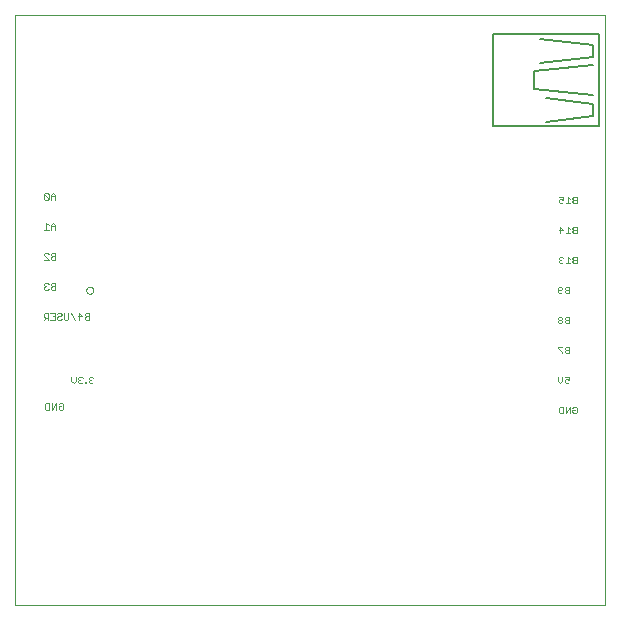
<source format=gbo>
G75*
%MOIN*%
%OFA0B0*%
%FSLAX25Y25*%
%IPPOS*%
%LPD*%
%AMOC8*
5,1,8,0,0,1.08239X$1,22.5*
%
%ADD10C,0.00000*%
%ADD11C,0.00400*%
%ADD12C,0.00500*%
D10*
X0001600Y0001600D02*
X0001600Y0198450D01*
X0198450Y0198450D01*
X0198450Y0001600D01*
X0001600Y0001600D01*
X0025419Y0106600D02*
X0025421Y0106669D01*
X0025427Y0106737D01*
X0025437Y0106805D01*
X0025451Y0106872D01*
X0025469Y0106939D01*
X0025490Y0107004D01*
X0025516Y0107068D01*
X0025545Y0107130D01*
X0025577Y0107190D01*
X0025613Y0107249D01*
X0025653Y0107305D01*
X0025695Y0107359D01*
X0025741Y0107410D01*
X0025790Y0107459D01*
X0025841Y0107505D01*
X0025895Y0107547D01*
X0025951Y0107587D01*
X0026009Y0107623D01*
X0026070Y0107655D01*
X0026132Y0107684D01*
X0026196Y0107710D01*
X0026261Y0107731D01*
X0026328Y0107749D01*
X0026395Y0107763D01*
X0026463Y0107773D01*
X0026531Y0107779D01*
X0026600Y0107781D01*
X0026669Y0107779D01*
X0026737Y0107773D01*
X0026805Y0107763D01*
X0026872Y0107749D01*
X0026939Y0107731D01*
X0027004Y0107710D01*
X0027068Y0107684D01*
X0027130Y0107655D01*
X0027190Y0107623D01*
X0027249Y0107587D01*
X0027305Y0107547D01*
X0027359Y0107505D01*
X0027410Y0107459D01*
X0027459Y0107410D01*
X0027505Y0107359D01*
X0027547Y0107305D01*
X0027587Y0107249D01*
X0027623Y0107190D01*
X0027655Y0107130D01*
X0027684Y0107068D01*
X0027710Y0107004D01*
X0027731Y0106939D01*
X0027749Y0106872D01*
X0027763Y0106805D01*
X0027773Y0106737D01*
X0027779Y0106669D01*
X0027781Y0106600D01*
X0027779Y0106531D01*
X0027773Y0106463D01*
X0027763Y0106395D01*
X0027749Y0106328D01*
X0027731Y0106261D01*
X0027710Y0106196D01*
X0027684Y0106132D01*
X0027655Y0106070D01*
X0027623Y0106009D01*
X0027587Y0105951D01*
X0027547Y0105895D01*
X0027505Y0105841D01*
X0027459Y0105790D01*
X0027410Y0105741D01*
X0027359Y0105695D01*
X0027305Y0105653D01*
X0027249Y0105613D01*
X0027191Y0105577D01*
X0027130Y0105545D01*
X0027068Y0105516D01*
X0027004Y0105490D01*
X0026939Y0105469D01*
X0026872Y0105451D01*
X0026805Y0105437D01*
X0026737Y0105427D01*
X0026669Y0105421D01*
X0026600Y0105419D01*
X0026531Y0105421D01*
X0026463Y0105427D01*
X0026395Y0105437D01*
X0026328Y0105451D01*
X0026261Y0105469D01*
X0026196Y0105490D01*
X0026132Y0105516D01*
X0026070Y0105545D01*
X0026009Y0105577D01*
X0025951Y0105613D01*
X0025895Y0105653D01*
X0025841Y0105695D01*
X0025790Y0105741D01*
X0025741Y0105790D01*
X0025695Y0105841D01*
X0025653Y0105895D01*
X0025613Y0105951D01*
X0025577Y0106009D01*
X0025545Y0106070D01*
X0025516Y0106132D01*
X0025490Y0106196D01*
X0025469Y0106261D01*
X0025451Y0106328D01*
X0025437Y0106395D01*
X0025427Y0106463D01*
X0025421Y0106531D01*
X0025419Y0106600D01*
D11*
X0025349Y0098902D02*
X0024999Y0098551D01*
X0024999Y0098201D01*
X0025349Y0097851D01*
X0026400Y0097851D01*
X0026400Y0096800D02*
X0026400Y0098902D01*
X0025349Y0098902D01*
X0025349Y0097851D02*
X0024999Y0097501D01*
X0024999Y0097150D01*
X0025349Y0096800D01*
X0026400Y0096800D01*
X0024098Y0097851D02*
X0022697Y0097851D01*
X0023047Y0096800D02*
X0023047Y0098902D01*
X0024098Y0097851D01*
X0021796Y0096800D02*
X0020395Y0098902D01*
X0019494Y0098902D02*
X0019494Y0097150D01*
X0019144Y0096800D01*
X0018443Y0096800D01*
X0018093Y0097150D01*
X0018093Y0098902D01*
X0017192Y0098551D02*
X0017192Y0098201D01*
X0016842Y0097851D01*
X0016141Y0097851D01*
X0015791Y0097501D01*
X0015791Y0097150D01*
X0016141Y0096800D01*
X0016842Y0096800D01*
X0017192Y0097150D01*
X0017192Y0098551D02*
X0016842Y0098902D01*
X0016141Y0098902D01*
X0015791Y0098551D01*
X0014890Y0098902D02*
X0014890Y0096800D01*
X0013489Y0096800D01*
X0012588Y0096800D02*
X0012588Y0098902D01*
X0011537Y0098902D01*
X0011187Y0098551D01*
X0011187Y0097851D01*
X0011537Y0097501D01*
X0012588Y0097501D01*
X0011888Y0097501D02*
X0011187Y0096800D01*
X0013489Y0098902D02*
X0014890Y0098902D01*
X0014890Y0097851D02*
X0014190Y0097851D01*
X0014099Y0106800D02*
X0013749Y0107150D01*
X0013749Y0107501D01*
X0014099Y0107851D01*
X0015150Y0107851D01*
X0015150Y0106800D02*
X0015150Y0108902D01*
X0014099Y0108902D01*
X0013749Y0108551D01*
X0013749Y0108201D01*
X0014099Y0107851D01*
X0014099Y0106800D02*
X0015150Y0106800D01*
X0012848Y0107150D02*
X0012498Y0106800D01*
X0011797Y0106800D01*
X0011447Y0107150D01*
X0011447Y0107501D01*
X0011797Y0107851D01*
X0012147Y0107851D01*
X0011797Y0107851D02*
X0011447Y0108201D01*
X0011447Y0108551D01*
X0011797Y0108902D01*
X0012498Y0108902D01*
X0012848Y0108551D01*
X0012848Y0116800D02*
X0011447Y0118201D01*
X0011447Y0118551D01*
X0011797Y0118902D01*
X0012498Y0118902D01*
X0012848Y0118551D01*
X0013749Y0118551D02*
X0013749Y0118201D01*
X0014099Y0117851D01*
X0015150Y0117851D01*
X0015150Y0116800D02*
X0015150Y0118902D01*
X0014099Y0118902D01*
X0013749Y0118551D01*
X0014099Y0117851D02*
X0013749Y0117501D01*
X0013749Y0117150D01*
X0014099Y0116800D01*
X0015150Y0116800D01*
X0012848Y0116800D02*
X0011447Y0116800D01*
X0011447Y0126800D02*
X0012848Y0126800D01*
X0012147Y0126800D02*
X0012147Y0128902D01*
X0012848Y0128201D01*
X0013749Y0128201D02*
X0013749Y0126800D01*
X0013749Y0127851D02*
X0015150Y0127851D01*
X0015150Y0128201D02*
X0014449Y0128902D01*
X0013749Y0128201D01*
X0015150Y0128201D02*
X0015150Y0126800D01*
X0015150Y0136800D02*
X0015150Y0138201D01*
X0014449Y0138902D01*
X0013749Y0138201D01*
X0013749Y0136800D01*
X0012848Y0137150D02*
X0011447Y0138551D01*
X0011447Y0137150D01*
X0011797Y0136800D01*
X0012498Y0136800D01*
X0012848Y0137150D01*
X0012848Y0138551D01*
X0012498Y0138902D01*
X0011797Y0138902D01*
X0011447Y0138551D01*
X0013749Y0137851D02*
X0015150Y0137851D01*
X0020494Y0077652D02*
X0020494Y0076251D01*
X0021195Y0075550D01*
X0021895Y0076251D01*
X0021895Y0077652D01*
X0022796Y0077301D02*
X0022796Y0076951D01*
X0023146Y0076601D01*
X0022796Y0076251D01*
X0022796Y0075900D01*
X0023146Y0075550D01*
X0023847Y0075550D01*
X0024197Y0075900D01*
X0024998Y0075900D02*
X0024998Y0075550D01*
X0025348Y0075550D01*
X0025348Y0075900D01*
X0024998Y0075900D01*
X0026249Y0075900D02*
X0026599Y0075550D01*
X0027300Y0075550D01*
X0027650Y0075900D01*
X0026949Y0076601D02*
X0026599Y0076601D01*
X0026249Y0076251D01*
X0026249Y0075900D01*
X0026599Y0076601D02*
X0026249Y0076951D01*
X0026249Y0077301D01*
X0026599Y0077652D01*
X0027300Y0077652D01*
X0027650Y0077301D01*
X0024197Y0077301D02*
X0023847Y0077652D01*
X0023146Y0077652D01*
X0022796Y0077301D01*
X0023146Y0076601D02*
X0023496Y0076601D01*
X0017300Y0068902D02*
X0017650Y0068551D01*
X0017650Y0067150D01*
X0017300Y0066800D01*
X0016599Y0066800D01*
X0016249Y0067150D01*
X0016249Y0067851D01*
X0016949Y0067851D01*
X0016249Y0068551D02*
X0016599Y0068902D01*
X0017300Y0068902D01*
X0015348Y0068902D02*
X0015348Y0066800D01*
X0013947Y0066800D02*
X0013947Y0068902D01*
X0013046Y0068902D02*
X0011995Y0068902D01*
X0011645Y0068551D01*
X0011645Y0067150D01*
X0011995Y0066800D01*
X0013046Y0066800D01*
X0013046Y0068902D01*
X0013947Y0066800D02*
X0015348Y0068902D01*
X0182697Y0076251D02*
X0182697Y0077652D01*
X0184098Y0077652D02*
X0184098Y0076251D01*
X0183397Y0075550D01*
X0182697Y0076251D01*
X0184999Y0076601D02*
X0184999Y0075900D01*
X0185349Y0075550D01*
X0186050Y0075550D01*
X0186400Y0075900D01*
X0186400Y0076601D02*
X0185699Y0076951D01*
X0185349Y0076951D01*
X0184999Y0076601D01*
X0184999Y0077652D02*
X0186400Y0077652D01*
X0186400Y0076601D01*
X0186400Y0085550D02*
X0185349Y0085550D01*
X0184999Y0085900D01*
X0184999Y0086251D01*
X0185349Y0086601D01*
X0186400Y0086601D01*
X0186400Y0087652D02*
X0185349Y0087652D01*
X0184999Y0087301D01*
X0184999Y0086951D01*
X0185349Y0086601D01*
X0184098Y0085900D02*
X0184098Y0085550D01*
X0184098Y0085900D02*
X0182697Y0087301D01*
X0182697Y0087652D01*
X0184098Y0087652D01*
X0186400Y0087652D02*
X0186400Y0085550D01*
X0186400Y0095550D02*
X0185349Y0095550D01*
X0184999Y0095900D01*
X0184999Y0096251D01*
X0185349Y0096601D01*
X0186400Y0096601D01*
X0186400Y0097652D02*
X0185349Y0097652D01*
X0184999Y0097301D01*
X0184999Y0096951D01*
X0185349Y0096601D01*
X0184098Y0096951D02*
X0184098Y0097301D01*
X0183748Y0097652D01*
X0183047Y0097652D01*
X0182697Y0097301D01*
X0182697Y0096951D01*
X0183047Y0096601D01*
X0183748Y0096601D01*
X0184098Y0096951D01*
X0183748Y0096601D02*
X0184098Y0096251D01*
X0184098Y0095900D01*
X0183748Y0095550D01*
X0183047Y0095550D01*
X0182697Y0095900D01*
X0182697Y0096251D01*
X0183047Y0096601D01*
X0186400Y0095550D02*
X0186400Y0097652D01*
X0186400Y0105550D02*
X0185349Y0105550D01*
X0184999Y0105900D01*
X0184999Y0106251D01*
X0185349Y0106601D01*
X0186400Y0106601D01*
X0186400Y0107652D02*
X0185349Y0107652D01*
X0184999Y0107301D01*
X0184999Y0106951D01*
X0185349Y0106601D01*
X0184098Y0106951D02*
X0183748Y0106601D01*
X0182697Y0106601D01*
X0182697Y0107301D02*
X0183047Y0107652D01*
X0183748Y0107652D01*
X0184098Y0107301D01*
X0184098Y0106951D01*
X0184098Y0105900D02*
X0183748Y0105550D01*
X0183047Y0105550D01*
X0182697Y0105900D01*
X0182697Y0107301D01*
X0186400Y0107652D02*
X0186400Y0105550D01*
X0186598Y0115550D02*
X0185197Y0115550D01*
X0185897Y0115550D02*
X0185897Y0117652D01*
X0186598Y0116951D01*
X0187499Y0116951D02*
X0187849Y0116601D01*
X0188900Y0116601D01*
X0188900Y0117652D02*
X0187849Y0117652D01*
X0187499Y0117301D01*
X0187499Y0116951D01*
X0187849Y0116601D02*
X0187499Y0116251D01*
X0187499Y0115900D01*
X0187849Y0115550D01*
X0188900Y0115550D01*
X0188900Y0117652D01*
X0184296Y0117301D02*
X0183946Y0117652D01*
X0183245Y0117652D01*
X0182895Y0117301D01*
X0182895Y0116951D01*
X0183245Y0116601D01*
X0182895Y0116251D01*
X0182895Y0115900D01*
X0183245Y0115550D01*
X0183946Y0115550D01*
X0184296Y0115900D01*
X0183595Y0116601D02*
X0183245Y0116601D01*
X0183245Y0125550D02*
X0183245Y0127652D01*
X0184296Y0126601D01*
X0182895Y0126601D01*
X0185197Y0125550D02*
X0186598Y0125550D01*
X0185897Y0125550D02*
X0185897Y0127652D01*
X0186598Y0126951D01*
X0187499Y0126951D02*
X0187849Y0126601D01*
X0188900Y0126601D01*
X0188900Y0127652D02*
X0187849Y0127652D01*
X0187499Y0127301D01*
X0187499Y0126951D01*
X0187849Y0126601D02*
X0187499Y0126251D01*
X0187499Y0125900D01*
X0187849Y0125550D01*
X0188900Y0125550D01*
X0188900Y0127652D01*
X0188900Y0135550D02*
X0187849Y0135550D01*
X0187499Y0135900D01*
X0187499Y0136251D01*
X0187849Y0136601D01*
X0188900Y0136601D01*
X0188900Y0135550D02*
X0188900Y0137652D01*
X0187849Y0137652D01*
X0187499Y0137301D01*
X0187499Y0136951D01*
X0187849Y0136601D01*
X0186598Y0136951D02*
X0185897Y0137652D01*
X0185897Y0135550D01*
X0185197Y0135550D02*
X0186598Y0135550D01*
X0184296Y0135900D02*
X0183946Y0135550D01*
X0183245Y0135550D01*
X0182895Y0135900D01*
X0182895Y0136601D01*
X0183245Y0136951D01*
X0183595Y0136951D01*
X0184296Y0136601D01*
X0184296Y0137652D01*
X0182895Y0137652D01*
X0183245Y0067652D02*
X0184296Y0067652D01*
X0184296Y0065550D01*
X0183245Y0065550D01*
X0182895Y0065900D01*
X0182895Y0067301D01*
X0183245Y0067652D01*
X0185197Y0067652D02*
X0185197Y0065550D01*
X0186598Y0067652D01*
X0186598Y0065550D01*
X0187499Y0065900D02*
X0187499Y0066601D01*
X0188199Y0066601D01*
X0187499Y0067301D02*
X0187849Y0067652D01*
X0188550Y0067652D01*
X0188900Y0067301D01*
X0188900Y0065900D01*
X0188550Y0065550D01*
X0187849Y0065550D01*
X0187499Y0065900D01*
D12*
X0196364Y0161246D02*
X0160931Y0161246D01*
X0160931Y0191954D01*
X0196364Y0191954D01*
X0196364Y0161246D01*
X0194395Y0164789D02*
X0194395Y0168726D01*
X0178647Y0170694D01*
X0174710Y0173647D02*
X0174710Y0179553D01*
X0194395Y0181521D01*
X0194395Y0184474D02*
X0176679Y0182506D01*
X0176679Y0190380D02*
X0194395Y0188411D01*
X0194395Y0184474D01*
X0194395Y0171679D02*
X0174710Y0173647D01*
X0178647Y0162820D02*
X0194395Y0164789D01*
M02*

</source>
